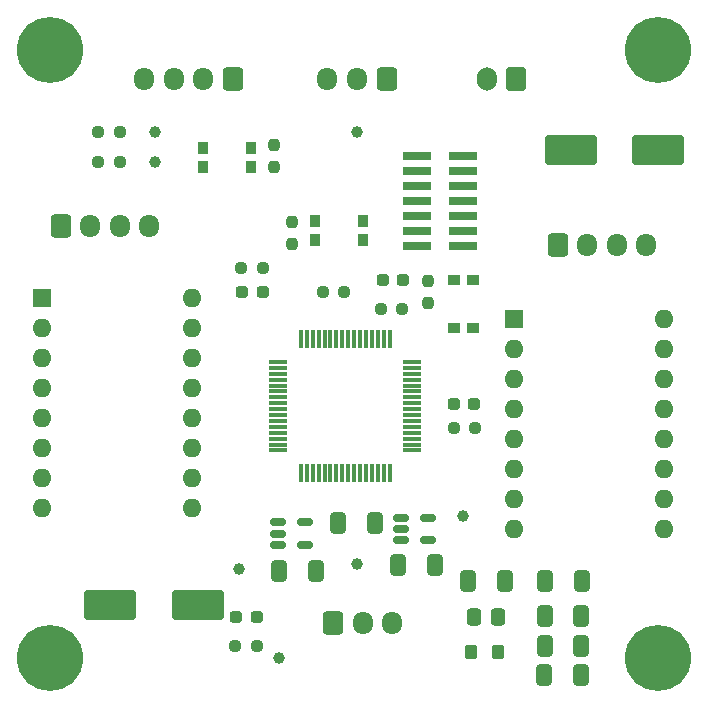
<source format=gbr>
%TF.GenerationSoftware,KiCad,Pcbnew,9.0.1*%
%TF.CreationDate,2025-05-19T14:00:57+02:00*%
%TF.ProjectId,1A_S6_Projet,31415f53-365f-4507-926f-6a65742e6b69,rev?*%
%TF.SameCoordinates,Original*%
%TF.FileFunction,Soldermask,Top*%
%TF.FilePolarity,Negative*%
%FSLAX46Y46*%
G04 Gerber Fmt 4.6, Leading zero omitted, Abs format (unit mm)*
G04 Created by KiCad (PCBNEW 9.0.1) date 2025-05-19 14:00:57*
%MOMM*%
%LPD*%
G01*
G04 APERTURE LIST*
G04 Aperture macros list*
%AMRoundRect*
0 Rectangle with rounded corners*
0 $1 Rounding radius*
0 $2 $3 $4 $5 $6 $7 $8 $9 X,Y pos of 4 corners*
0 Add a 4 corners polygon primitive as box body*
4,1,4,$2,$3,$4,$5,$6,$7,$8,$9,$2,$3,0*
0 Add four circle primitives for the rounded corners*
1,1,$1+$1,$2,$3*
1,1,$1+$1,$4,$5*
1,1,$1+$1,$6,$7*
1,1,$1+$1,$8,$9*
0 Add four rect primitives between the rounded corners*
20,1,$1+$1,$2,$3,$4,$5,0*
20,1,$1+$1,$4,$5,$6,$7,0*
20,1,$1+$1,$6,$7,$8,$9,0*
20,1,$1+$1,$8,$9,$2,$3,0*%
G04 Aperture macros list end*
%ADD10RoundRect,0.250000X-0.412500X-0.650000X0.412500X-0.650000X0.412500X0.650000X-0.412500X0.650000X0*%
%ADD11R,2.400000X0.740000*%
%ADD12C,1.000000*%
%ADD13RoundRect,0.150000X-0.512500X-0.150000X0.512500X-0.150000X0.512500X0.150000X-0.512500X0.150000X0*%
%ADD14RoundRect,0.237500X-0.250000X-0.237500X0.250000X-0.237500X0.250000X0.237500X-0.250000X0.237500X0*%
%ADD15R,0.900000X1.000000*%
%ADD16RoundRect,0.237500X-0.237500X0.250000X-0.237500X-0.250000X0.237500X-0.250000X0.237500X0.250000X0*%
%ADD17RoundRect,0.250000X0.600000X0.725000X-0.600000X0.725000X-0.600000X-0.725000X0.600000X-0.725000X0*%
%ADD18O,1.700000X1.950000*%
%ADD19C,5.600000*%
%ADD20RoundRect,0.237500X-0.287500X-0.237500X0.287500X-0.237500X0.287500X0.237500X-0.287500X0.237500X0*%
%ADD21RoundRect,0.250000X-1.950000X-1.000000X1.950000X-1.000000X1.950000X1.000000X-1.950000X1.000000X0*%
%ADD22RoundRect,0.250000X-0.337500X-0.475000X0.337500X-0.475000X0.337500X0.475000X-0.337500X0.475000X0*%
%ADD23R,1.600000X1.600000*%
%ADD24O,1.600000X1.600000*%
%ADD25RoundRect,0.250000X-0.275000X-0.350000X0.275000X-0.350000X0.275000X0.350000X-0.275000X0.350000X0*%
%ADD26RoundRect,0.237500X0.237500X-0.250000X0.237500X0.250000X-0.237500X0.250000X-0.237500X-0.250000X0*%
%ADD27RoundRect,0.250000X0.412500X0.650000X-0.412500X0.650000X-0.412500X-0.650000X0.412500X-0.650000X0*%
%ADD28RoundRect,0.250000X-0.600000X-0.725000X0.600000X-0.725000X0.600000X0.725000X-0.600000X0.725000X0*%
%ADD29RoundRect,0.237500X0.250000X0.237500X-0.250000X0.237500X-0.250000X-0.237500X0.250000X-0.237500X0*%
%ADD30RoundRect,0.237500X0.287500X0.237500X-0.287500X0.237500X-0.287500X-0.237500X0.287500X-0.237500X0*%
%ADD31R,1.000000X0.900000*%
%ADD32RoundRect,0.075000X-0.700000X-0.075000X0.700000X-0.075000X0.700000X0.075000X-0.700000X0.075000X0*%
%ADD33RoundRect,0.075000X-0.075000X-0.700000X0.075000X-0.700000X0.075000X0.700000X-0.075000X0.700000X0*%
%ADD34RoundRect,0.250000X0.600000X0.750000X-0.600000X0.750000X-0.600000X-0.750000X0.600000X-0.750000X0*%
%ADD35O,1.700000X2.000000*%
G04 APERTURE END LIST*
D10*
%TO.C,C4*%
X160455000Y-107040000D03*
X163580000Y-107040000D03*
%TD*%
D11*
%TO.C,J3*%
X156180000Y-71000000D03*
X160080000Y-71000000D03*
X156180000Y-72270000D03*
X160080000Y-72270000D03*
X156180000Y-73540000D03*
X160080000Y-73540000D03*
X156180000Y-74810000D03*
X160080000Y-74810000D03*
X156180000Y-76080000D03*
X160080000Y-76080000D03*
X156180000Y-77350000D03*
X160080000Y-77350000D03*
X156180000Y-78620000D03*
X160080000Y-78620000D03*
%TD*%
D12*
%TO.C,TP2*%
X151080000Y-69040000D03*
%TD*%
D10*
%TO.C,C12*%
X166937500Y-115000000D03*
X170062500Y-115000000D03*
%TD*%
D13*
%TO.C,U2*%
X154805000Y-101640000D03*
X154805000Y-102590000D03*
X154805000Y-103540000D03*
X157080000Y-103540000D03*
X157080000Y-101640000D03*
%TD*%
D14*
%TO.C,R6*%
X148167500Y-82540000D03*
X149992500Y-82540000D03*
%TD*%
D15*
%TO.C,SW1*%
X142130000Y-71927500D03*
X138030000Y-71927500D03*
X142130000Y-70327500D03*
X138030000Y-70327500D03*
%TD*%
D14*
%TO.C,R10*%
X140755000Y-112540000D03*
X142580000Y-112540000D03*
%TD*%
D12*
%TO.C,TP5*%
X151080000Y-105540000D03*
%TD*%
%TO.C,TP4*%
X134000000Y-71500000D03*
%TD*%
%TO.C,TP6*%
X160080000Y-101540000D03*
%TD*%
D16*
%TO.C,R11*%
X145580000Y-76640000D03*
X145580000Y-78465000D03*
%TD*%
D15*
%TO.C,SW2*%
X147480000Y-76540000D03*
X151580000Y-76540000D03*
X147480000Y-78140000D03*
X151580000Y-78140000D03*
%TD*%
D17*
%TO.C,J4*%
X140580000Y-64540000D03*
D18*
X138080000Y-64540000D03*
X135580000Y-64540000D03*
X133080000Y-64540000D03*
%TD*%
D10*
%TO.C,C10*%
X144455000Y-106140000D03*
X147580000Y-106140000D03*
%TD*%
D19*
%TO.C,H3*%
X176580000Y-113540000D03*
%TD*%
D12*
%TO.C,TP1*%
X144500000Y-113500000D03*
%TD*%
D14*
%TO.C,R2*%
X129175000Y-69000000D03*
X131000000Y-69000000D03*
%TD*%
D20*
%TO.C,D5*%
X153255000Y-81540000D03*
X155005000Y-81540000D03*
%TD*%
D21*
%TO.C,C1*%
X130180000Y-109040000D03*
X137580000Y-109040000D03*
%TD*%
D22*
%TO.C,C5*%
X160980000Y-110040000D03*
X163055000Y-110040000D03*
%TD*%
D14*
%TO.C,R8*%
X141255000Y-80540000D03*
X143080000Y-80540000D03*
%TD*%
D23*
%TO.C,A1*%
X164380000Y-84840000D03*
D24*
X164380000Y-87380000D03*
X164380000Y-89920000D03*
X164380000Y-92460000D03*
X164380000Y-95000000D03*
X164380000Y-97540000D03*
X164380000Y-100080000D03*
X164380000Y-102620000D03*
X177080000Y-102620000D03*
X177080000Y-100080000D03*
X177080000Y-97540000D03*
X177080000Y-95000000D03*
X177080000Y-92460000D03*
X177080000Y-89920000D03*
X177080000Y-87380000D03*
X177080000Y-84840000D03*
%TD*%
D19*
%TO.C,H2*%
X176580000Y-62040000D03*
%TD*%
D10*
%TO.C,C11*%
X166955000Y-112500000D03*
X170080000Y-112500000D03*
%TD*%
D19*
%TO.C,H1*%
X125080000Y-62040000D03*
%TD*%
D25*
%TO.C,L1*%
X160717500Y-113040000D03*
X163017500Y-113040000D03*
%TD*%
D10*
%TO.C,C9*%
X166955000Y-110000000D03*
X170080000Y-110000000D03*
%TD*%
%TO.C,C7*%
X154580000Y-105640000D03*
X157705000Y-105640000D03*
%TD*%
D17*
%TO.C,J2*%
X153580000Y-64540000D03*
D18*
X151080000Y-64540000D03*
X148580000Y-64540000D03*
%TD*%
D23*
%TO.C,A2*%
X124380000Y-83040000D03*
D24*
X124380000Y-85580000D03*
X124380000Y-88120000D03*
X124380000Y-90660000D03*
X124380000Y-93200000D03*
X124380000Y-95740000D03*
X124380000Y-98280000D03*
X124380000Y-100820000D03*
X137080000Y-100820000D03*
X137080000Y-98280000D03*
X137080000Y-95740000D03*
X137080000Y-93200000D03*
X137080000Y-90660000D03*
X137080000Y-88120000D03*
X137080000Y-85580000D03*
X137080000Y-83040000D03*
%TD*%
D14*
%TO.C,R4*%
X153087500Y-84000000D03*
X154912500Y-84000000D03*
%TD*%
%TO.C,R3*%
X129175000Y-71500000D03*
X131000000Y-71500000D03*
%TD*%
D26*
%TO.C,R12*%
X144080000Y-71952500D03*
X144080000Y-70127500D03*
%TD*%
D12*
%TO.C,TP3*%
X134000000Y-69000000D03*
%TD*%
D10*
%TO.C,C6*%
X167017500Y-107040000D03*
X170142500Y-107040000D03*
%TD*%
D12*
%TO.C,TP7*%
X141080000Y-106040000D03*
%TD*%
D27*
%TO.C,C8*%
X152580000Y-102140000D03*
X149455000Y-102140000D03*
%TD*%
D28*
%TO.C,J6*%
X168080000Y-78540000D03*
D18*
X170580000Y-78540000D03*
X173080000Y-78540000D03*
X175580000Y-78540000D03*
%TD*%
D26*
%TO.C,R7*%
X157080000Y-83452500D03*
X157080000Y-81627500D03*
%TD*%
D29*
%TO.C,R1*%
X161080000Y-94040000D03*
X159255000Y-94040000D03*
%TD*%
D30*
%TO.C,D1*%
X161005000Y-92040000D03*
X159255000Y-92040000D03*
%TD*%
D20*
%TO.C,D2*%
X141330000Y-82540000D03*
X143080000Y-82540000D03*
%TD*%
D31*
%TO.C,SW3*%
X160880000Y-81490000D03*
X160880000Y-85590000D03*
X159280000Y-81490000D03*
X159280000Y-85590000D03*
%TD*%
D20*
%TO.C,D4*%
X140830000Y-110040000D03*
X142580000Y-110040000D03*
%TD*%
D32*
%TO.C,U1*%
X144405000Y-88465000D03*
X144405000Y-88965000D03*
X144405000Y-89465000D03*
X144405000Y-89965000D03*
X144405000Y-90465000D03*
X144405000Y-90965000D03*
X144405000Y-91465000D03*
X144405000Y-91965000D03*
X144405000Y-92465000D03*
X144405000Y-92965000D03*
X144405000Y-93465000D03*
X144405000Y-93965000D03*
X144405000Y-94465000D03*
X144405000Y-94965000D03*
X144405000Y-95465000D03*
X144405000Y-95965000D03*
D33*
X146330000Y-97890000D03*
X146830000Y-97890000D03*
X147330000Y-97890000D03*
X147830000Y-97890000D03*
X148330000Y-97890000D03*
X148830000Y-97890000D03*
X149330000Y-97890000D03*
X149830000Y-97890000D03*
X150330000Y-97890000D03*
X150830000Y-97890000D03*
X151330000Y-97890000D03*
X151830000Y-97890000D03*
X152330000Y-97890000D03*
X152830000Y-97890000D03*
X153330000Y-97890000D03*
X153830000Y-97890000D03*
D32*
X155755000Y-95965000D03*
X155755000Y-95465000D03*
X155755000Y-94965000D03*
X155755000Y-94465000D03*
X155755000Y-93965000D03*
X155755000Y-93465000D03*
X155755000Y-92965000D03*
X155755000Y-92465000D03*
X155755000Y-91965000D03*
X155755000Y-91465000D03*
X155755000Y-90965000D03*
X155755000Y-90465000D03*
X155755000Y-89965000D03*
X155755000Y-89465000D03*
X155755000Y-88965000D03*
X155755000Y-88465000D03*
D33*
X153830000Y-86540000D03*
X153330000Y-86540000D03*
X152830000Y-86540000D03*
X152330000Y-86540000D03*
X151830000Y-86540000D03*
X151330000Y-86540000D03*
X150830000Y-86540000D03*
X150330000Y-86540000D03*
X149830000Y-86540000D03*
X149330000Y-86540000D03*
X148830000Y-86540000D03*
X148330000Y-86540000D03*
X147830000Y-86540000D03*
X147330000Y-86540000D03*
X146830000Y-86540000D03*
X146330000Y-86540000D03*
%TD*%
D28*
%TO.C,J7*%
X126000000Y-77000000D03*
D18*
X128500000Y-77000000D03*
X131000000Y-77000000D03*
X133500000Y-77000000D03*
%TD*%
D13*
%TO.C,U4*%
X144362500Y-102050000D03*
X144362500Y-103000000D03*
X144362500Y-103950000D03*
X146637500Y-103950000D03*
X146637500Y-102050000D03*
%TD*%
D28*
%TO.C,J1*%
X149080000Y-110540000D03*
D18*
X151580000Y-110540000D03*
X154080000Y-110540000D03*
%TD*%
D34*
%TO.C,J8*%
X164580000Y-64540000D03*
D35*
X162080000Y-64540000D03*
%TD*%
D19*
%TO.C,H4*%
X125080000Y-113540000D03*
%TD*%
D21*
%TO.C,C2*%
X169180000Y-70540000D03*
X176580000Y-70540000D03*
%TD*%
M02*

</source>
